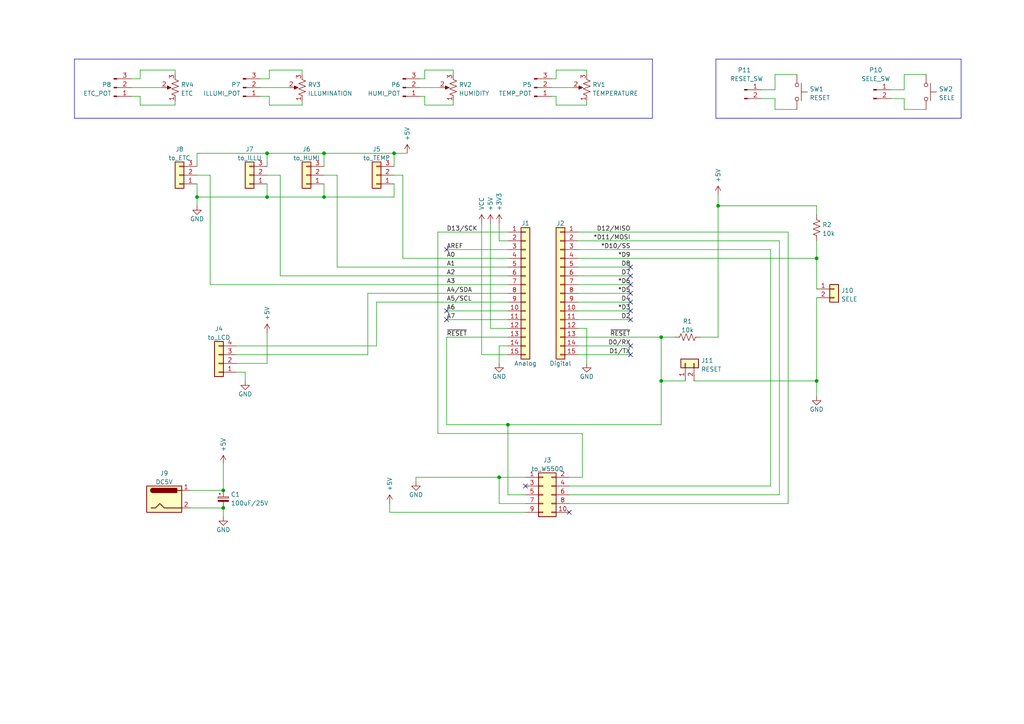
<source format=kicad_sch>
(kicad_sch (version 20230121) (generator eeschema)
  (paper "A4")
  (title_block (title "UECS Simulator for DEN-NOH-01") (date "2023-01-11") (rev "1.10") (company "HOLLY&Co.,Ltd."))
  (lib_symbols
    (symbol "+5V_1" (power) (pin_names (offset 0))
      (property "Value" "+5V" (at 0 3.556 90))
      (symbol "+5V_1_0_1"
        (polyline (pts (xy -0.762 1.27) (xy 0 2.54)))
        (polyline (pts (xy 0 0) (xy 0 2.54)))
        (polyline (pts (xy 0 2.54) (xy 0.762 1.27)))
      )
      (symbol "+5V_1_1_1"
        (pin power_in line (at 0 0 90) (length 0) hide (name "+5V") (number "1"))
      )
    )
    (symbol "Connector:Conn_01x02_Male" (pin_names (offset 1.016) hide)
      (property "Reference" "J" (at 0 2.54 0))
      (property "Value" "Conn_01x02_Male" (at 0 -5.08 0))
      (symbol "Conn_01x02_Male_1_1"
        (polyline (pts (xy 1.27 -2.54) (xy 0.8636 -2.54)) (stroke (width 0.1524)))
        (polyline (pts (xy 1.27 0) (xy 0.8636 0)) (stroke (width 0.1524)))
        (rectangle (start 0.8636 -2.413) (end 0 -2.667) (stroke (width 0.1524)) (fill (type outline)))
        (rectangle (start 0.8636 0.127) (end 0 -0.127) (stroke (width 0.1524)) (fill (type outline)))
        (pin passive line (at 5.08 0 180) (length 3.81) (name "Pin_1") (number "1"))
        (pin passive line (at 5.08 -2.54 180) (length 3.81) (name "Pin_2") (number "2"))
      )
    )
    (symbol "Connector:Conn_01x03_Male" (pin_names (offset 1.016) hide)
      (property "Reference" "J" (at 0 5.08 0))
      (property "Value" "Conn_01x03_Male" (at 0 -5.08 0))
      (symbol "Conn_01x03_Male_1_1"
        (polyline (pts (xy 1.27 -2.54) (xy 0.8636 -2.54)) (stroke (width 0.1524)))
        (polyline (pts (xy 1.27 0) (xy 0.8636 0)) (stroke (width 0.1524)))
        (polyline (pts (xy 1.27 2.54) (xy 0.8636 2.54)) (stroke (width 0.1524)))
        (rectangle (start 0.8636 -2.413) (end 0 -2.667) (stroke (width 0.1524)) (fill (type outline)))
        (rectangle (start 0.8636 0.127) (end 0 -0.127) (stroke (width 0.1524)) (fill (type outline)))
        (rectangle (start 0.8636 2.667) (end 0 2.413) (stroke (width 0.1524)) (fill (type outline)))
        (pin passive line (at 5.08 2.54 180) (length 3.81) (name "Pin_1") (number "1"))
        (pin passive line (at 5.08 0 180) (length 3.81) (name "Pin_2") (number "2"))
        (pin passive line (at 5.08 -2.54 180) (length 3.81) (name "Pin_3") (number "3"))
      )
    )
    (symbol "Connector:Jack-DC" (pin_names (offset 1.016))
      (property "Reference" "J13" (at 0 7.5098 0))
      (property "Value" "DC5V" (at 0 4.9729 0))
      (symbol "Jack-DC_0_1"
        (rectangle (start -5.08 3.81) (end 5.08 -3.81) (stroke (width 0.254)) (fill (type background)))
        (arc (start -3.302 3.175) (mid -3.9343 2.54) (end -3.302 1.905) (stroke (width 0.254)))
        (arc (start -3.302 3.175) (mid -3.9343 2.54) (end -3.302 1.905) (stroke (width 0.254)) (fill (type outline)))
        (polyline (pts (xy 5.08 2.54) (xy 3.81 2.54)) (stroke (width 0.254)))
        (polyline (pts (xy -3.81 -2.54) (xy -2.54 -2.54) (xy -1.27 -1.27) (xy 0 -2.54) (xy 2.54 -2.54) (xy 5.08 -2.54)) (stroke (width 0.254)))
        (rectangle (start 3.683 3.175) (end -3.302 1.905) (stroke (width 0.254)) (fill (type outline)))
      )
      (symbol "Jack-DC_1_1"
        (pin power_out line (at 7.62 2.54 180) (length 2.54) (name "~") (number "1"))
        (pin passive line (at 7.62 -2.54 180) (length 2.54) (name "~") (number "2"))
      )
    )
    (symbol "Connector_Generic:Conn_01x02" (pin_names (offset 1.016) hide)
      (property "Reference" "J" (at 0 2.54 0))
      (property "Value" "Conn_01x02" (at 0 -5.08 0))
      (symbol "Conn_01x02_1_1"
        (rectangle (start -1.27 -2.413) (end 0 -2.667) (stroke (width 0.1524)))
        (rectangle (start -1.27 0.127) (end 0 -0.127) (stroke (width 0.1524)))
        (rectangle (start -1.27 1.27) (end 1.27 -3.81) (stroke (width 0.254)) (fill (type background)))
        (pin passive line (at -5.08 0 0) (length 3.81) (name "Pin_1") (number "1"))
        (pin passive line (at -5.08 -2.54 0) (length 3.81) (name "Pin_2") (number "2"))
      )
    )
    (symbol "Connector_Generic:Conn_01x03" (pin_names (offset 1.016) hide)
      (property "Reference" "J" (at 0 5.08 0))
      (property "Value" "Conn_01x03" (at 0 -5.08 0))
      (symbol "Conn_01x03_1_1"
        (rectangle (start -1.27 -2.413) (end 0 -2.667) (stroke (width 0.1524)))
        (rectangle (start -1.27 0.127) (end 0 -0.127) (stroke (width 0.1524)))
        (rectangle (start -1.27 2.667) (end 0 2.413) (stroke (width 0.1524)))
        (rectangle (start -1.27 3.81) (end 1.27 -3.81) (stroke (width 0.254)) (fill (type background)))
        (pin passive line (at -5.08 2.54 0) (length 3.81) (name "Pin_1") (number "1"))
        (pin passive line (at -5.08 0 0) (length 3.81) (name "Pin_2") (number "2"))
        (pin passive line (at -5.08 -2.54 0) (length 3.81) (name "Pin_3") (number "3"))
      )
    )
    (symbol "Connector_Generic:Conn_01x04" (pin_names (offset 1.016) hide)
      (property "Reference" "J" (at 0 5.08 0))
      (property "Value" "Conn_01x04" (at 0 -7.62 0))
      (symbol "Conn_01x04_1_1"
        (rectangle (start -1.27 -4.953) (end 0 -5.207) (stroke (width 0.1524)))
        (rectangle (start -1.27 -2.413) (end 0 -2.667) (stroke (width 0.1524)))
        (rectangle (start -1.27 0.127) (end 0 -0.127) (stroke (width 0.1524)))
        (rectangle (start -1.27 2.667) (end 0 2.413) (stroke (width 0.1524)))
        (rectangle (start -1.27 3.81) (end 1.27 -6.35) (stroke (width 0.254)) (fill (type background)))
        (pin passive line (at -5.08 2.54 0) (length 3.81) (name "Pin_1") (number "1"))
        (pin passive line (at -5.08 0 0) (length 3.81) (name "Pin_2") (number "2"))
        (pin passive line (at -5.08 -2.54 0) (length 3.81) (name "Pin_3") (number "3"))
        (pin passive line (at -5.08 -5.08 0) (length 3.81) (name "Pin_4") (number "4"))
      )
    )
    (symbol "Connector_Generic:Conn_01x15" (pin_names (offset 1.016) hide)
      (property "Reference" "J" (at 0 20.32 0))
      (property "Value" "Conn_01x15" (at 0 -20.32 0))
      (symbol "Conn_01x15_1_1"
        (rectangle (start -1.27 -17.653) (end 0 -17.907) (stroke (width 0.1524)))
        (rectangle (start -1.27 -15.113) (end 0 -15.367) (stroke (width 0.1524)))
        (rectangle (start -1.27 -12.573) (end 0 -12.827) (stroke (width 0.1524)))
        (rectangle (start -1.27 -10.033) (end 0 -10.287) (stroke (width 0.1524)))
        (rectangle (start -1.27 -7.493) (end 0 -7.747) (stroke (width 0.1524)))
        (rectangle (start -1.27 -4.953) (end 0 -5.207) (stroke (width 0.1524)))
        (rectangle (start -1.27 -2.413) (end 0 -2.667) (stroke (width 0.1524)))
        (rectangle (start -1.27 0.127) (end 0 -0.127) (stroke (width 0.1524)))
        (rectangle (start -1.27 2.667) (end 0 2.413) (stroke (width 0.1524)))
        (rectangle (start -1.27 5.207) (end 0 4.953) (stroke (width 0.1524)))
        (rectangle (start -1.27 7.747) (end 0 7.493) (stroke (width 0.1524)))
        (rectangle (start -1.27 10.287) (end 0 10.033) (stroke (width 0.1524)))
        (rectangle (start -1.27 12.827) (end 0 12.573) (stroke (width 0.1524)))
        (rectangle (start -1.27 15.367) (end 0 15.113) (stroke (width 0.1524)))
        (rectangle (start -1.27 17.907) (end 0 17.653) (stroke (width 0.1524)))
        (rectangle (start -1.27 19.05) (end 1.27 -19.05) (stroke (width 0.254)) (fill (type background)))
        (pin passive line (at -5.08 17.78 0) (length 3.81) (name "Pin_1") (number "1"))
        (pin passive line (at -5.08 -5.08 0) (length 3.81) (name "Pin_10") (number "10"))
        (pin passive line (at -5.08 -7.62 0) (length 3.81) (name "Pin_11") (number "11"))
        (pin passive line (at -5.08 -10.16 0) (length 3.81) (name "Pin_12") (number "12"))
        (pin passive line (at -5.08 -12.7 0) (length 3.81) (name "Pin_13") (number "13"))
        (pin passive line (at -5.08 -15.24 0) (length 3.81) (name "Pin_14") (number "14"))
        (pin passive line (at -5.08 -17.78 0) (length 3.81) (name "Pin_15") (number "15"))
        (pin passive line (at -5.08 15.24 0) (length 3.81) (name "Pin_2") (number "2"))
        (pin passive line (at -5.08 12.7 0) (length 3.81) (name "Pin_3") (number "3"))
        (pin passive line (at -5.08 10.16 0) (length 3.81) (name "Pin_4") (number "4"))
        (pin passive line (at -5.08 7.62 0) (length 3.81) (name "Pin_5") (number "5"))
        (pin passive line (at -5.08 5.08 0) (length 3.81) (name "Pin_6") (number "6"))
        (pin passive line (at -5.08 2.54 0) (length 3.81) (name "Pin_7") (number "7"))
        (pin passive line (at -5.08 0 0) (length 3.81) (name "Pin_8") (number "8"))
        (pin passive line (at -5.08 -2.54 0) (length 3.81) (name "Pin_9") (number "9"))
      )
    )
    (symbol "Connector_Generic:Conn_02x05_Odd_Even" (pin_names (offset 1.016) hide)
      (property "Reference" "J" (at 1.27 7.62 0))
      (property "Value" "Conn_02x05_Odd_Even" (at 1.27 -7.62 0))
      (symbol "Conn_02x05_Odd_Even_1_1"
        (rectangle (start -1.27 -4.953) (end 0 -5.207) (stroke (width 0.1524)))
        (rectangle (start -1.27 -2.413) (end 0 -2.667) (stroke (width 0.1524)))
        (rectangle (start -1.27 0.127) (end 0 -0.127) (stroke (width 0.1524)))
        (rectangle (start -1.27 2.667) (end 0 2.413) (stroke (width 0.1524)))
        (rectangle (start -1.27 5.207) (end 0 4.953) (stroke (width 0.1524)))
        (rectangle (start -1.27 6.35) (end 3.81 -6.35) (stroke (width 0.254)) (fill (type background)))
        (rectangle (start 3.81 -4.953) (end 2.54 -5.207) (stroke (width 0.1524)))
        (rectangle (start 3.81 -2.413) (end 2.54 -2.667) (stroke (width 0.1524)))
        (rectangle (start 3.81 0.127) (end 2.54 -0.127) (stroke (width 0.1524)))
        (rectangle (start 3.81 2.667) (end 2.54 2.413) (stroke (width 0.1524)))
        (rectangle (start 3.81 5.207) (end 2.54 4.953) (stroke (width 0.1524)))
        (pin passive line (at -5.08 5.08 0) (length 3.81) (name "Pin_1") (number "1"))
        (pin passive line (at 7.62 -5.08 180) (length 3.81) (name "Pin_10") (number "10"))
        (pin passive line (at 7.62 5.08 180) (length 3.81) (name "Pin_2") (number "2"))
        (pin passive line (at -5.08 2.54 0) (length 3.81) (name "Pin_3") (number "3"))
        (pin passive line (at 7.62 2.54 180) (length 3.81) (name "Pin_4") (number "4"))
        (pin passive line (at -5.08 0 0) (length 3.81) (name "Pin_5") (number "5"))
        (pin passive line (at 7.62 0 180) (length 3.81) (name "Pin_6") (number "6"))
        (pin passive line (at -5.08 -2.54 0) (length 3.81) (name "Pin_7") (number "7"))
        (pin passive line (at 7.62 -2.54 180) (length 3.81) (name "Pin_8") (number "8"))
        (pin passive line (at -5.08 -5.08 0) (length 3.81) (name "Pin_9") (number "9"))
      )
    )
    (symbol "Device:C_Polarized_Small" (pin_numbers hide) (pin_names (offset 0.254) hide)
      (property "Reference" "C" (at 0.254 1.778 0))
      (property "Value" "C_Polarized_Small" (at 0.254 -2.032 0))
      (symbol "C_Polarized_Small_0_1"
        (rectangle (start -1.524 -0.3048) (end 1.524 -0.6858) (fill (type outline)))
        (rectangle (start -1.524 0.6858) (end 1.524 0.3048))
        (polyline (pts (xy -1.27 1.524) (xy -0.762 1.524)))
        (polyline (pts (xy -1.016 1.27) (xy -1.016 1.778)))
      )
      (symbol "C_Polarized_Small_1_1"
        (pin passive line (at 0 2.54 270) (length 1.8542) (name "~") (number "1"))
        (pin passive line (at 0 -2.54 90) (length 1.8542) (name "~") (number "2"))
      )
    )
    (symbol "Device:R_Potentiometer_US" (pin_names (offset 1.016) hide)
      (property "Reference" "RV" (at -4.445 0 90))
      (property "Value" "R_Potentiometer_US" (at -2.54 0 90))
      (symbol "R_Potentiometer_US_0_1"
        (polyline (pts (xy 0 -2.286) (xy 0 -2.54)))
        (polyline (pts (xy 0 2.54) (xy 0 2.286)))
        (polyline (pts (xy 2.54 0) (xy 1.524 0)))
        (polyline (pts (xy 1.143 0) (xy 2.286 0.508) (xy 2.286 -0.508) (xy 1.143 0)) (fill (type outline)))
        (polyline (pts (xy 0 -0.762) (xy 1.016 -1.143) (xy 0 -1.524) (xy -1.016 -1.905) (xy 0 -2.286)))
        (polyline (pts (xy 0 0.762) (xy 1.016 0.381) (xy 0 0) (xy -1.016 -0.381) (xy 0 -0.762)))
        (polyline (pts (xy 0 2.286) (xy 1.016 1.905) (xy 0 1.524) (xy -1.016 1.143) (xy 0 0.762)))
      )
      (symbol "R_Potentiometer_US_1_1"
        (pin passive line (at 0 3.81 270) (length 1.27) (name "1") (number "1"))
        (pin passive line (at 3.81 0 180) (length 1.27) (name "2") (number "2"))
        (pin passive line (at 0 -3.81 90) (length 1.27) (name "3") (number "3"))
      )
    )
    (symbol "Device:R_US" (pin_numbers hide) (pin_names (offset 0))
      (property "Reference" "R" (at 2.54 0 90))
      (property "Value" "R_US" (at -2.54 0 90))
      (symbol "R_US_0_1"
        (polyline (pts (xy 0 -2.286) (xy 0 -2.54)))
        (polyline (pts (xy 0 2.286) (xy 0 2.54)))
        (polyline (pts (xy 0 -0.762) (xy 1.016 -1.143) (xy 0 -1.524) (xy -1.016 -1.905) (xy 0 -2.286)))
        (polyline (pts (xy 0 0.762) (xy 1.016 0.381) (xy 0 0) (xy -1.016 -0.381) (xy 0 -0.762)))
        (polyline (pts (xy 0 2.286) (xy 1.016 1.905) (xy 0 1.524) (xy -1.016 1.143) (xy 0 0.762)))
      )
      (symbol "R_US_1_1"
        (pin passive line (at 0 3.81 270) (length 1.27) (name "~") (number "1"))
        (pin passive line (at 0 -3.81 90) (length 1.27) (name "~") (number "2"))
      )
    )
    (symbol "Switch:SW_Push" (pin_numbers hide) (pin_names (offset 1.016) hide)
      (property "Reference" "SW" (at 1.27 2.54 0))
      (property "Value" "SW_Push" (at 0 -1.524 0))
      (symbol "SW_Push_0_1"
        (circle (center -2.032 0) (radius 0.508))
        (polyline (pts (xy 0 1.27) (xy 0 3.048)))
        (polyline (pts (xy 2.54 1.27) (xy -2.54 1.27)))
        (circle (center 2.032 0) (radius 0.508))
        (pin passive line (at -5.08 0 0) (length 2.54) (name "1") (number "1"))
        (pin passive line (at 5.08 0 180) (length 2.54) (name "2") (number "2"))
      )
    )
    (symbol "power:+3.3V" (power) (pin_names (offset 0))
      (property "Value" "+3.3V" (at 0 3.556 0))
      (symbol "+3.3V_0_1"
        (polyline (pts (xy -0.762 1.27) (xy 0 2.54)))
        (polyline (pts (xy 0 0) (xy 0 2.54)))
        (polyline (pts (xy 0 2.54) (xy 0.762 1.27)))
      )
      (symbol "+3.3V_1_1"
        (pin power_in line (at 0 0 90) (length 0) hide (name "+3V3") (number "1"))
      )
    )
    (symbol "power:+5V" (power) (pin_names (offset 0))
      (property "Value" "+5V" (at 0 3.556 0))
      (symbol "+5V_0_1"
        (polyline (pts (xy -0.762 1.27) (xy 0 2.54)))
        (polyline (pts (xy 0 0) (xy 0 2.54)))
        (polyline (pts (xy 0 2.54) (xy 0.762 1.27)))
      )
      (symbol "+5V_1_1"
        (pin power_in line (at 0 0 90) (length 0) hide (name "+5V") (number "1"))
      )
    )
    (symbol "power:GND" (power) (pin_names (offset 0))
      (property "Value" "GND" (at 0 -3.81 0))
      (symbol "GND_0_1"
        (polyline (pts (xy 0 0) (xy 0 -1.27) (xy 1.27 -1.27) (xy 0 -2.54) (xy -1.27 -1.27) (xy 0 -1.27)))
      )
      (symbol "GND_1_1"
        (pin power_in line (at 0 0 270) (length 0) hide (name "GND") (number "1"))
      )
    )
    (symbol "power:VCC" (power) (pin_names (offset 0))
      (property "Value" "VCC" (at 0 3.81 0))
      (symbol "VCC_0_1"
        (polyline (pts (xy -0.762 1.27) (xy 0 2.54)))
        (polyline (pts (xy 0 0) (xy 0 2.54)))
        (polyline (pts (xy 0 2.54) (xy 0.762 1.27)))
      )
      (symbol "VCC_1_1"
        (pin power_in line (at 0 0 90) (length 0) hide (name "VCC") (number "1"))
      )
    )
  )
  (junction (at 77.47 44.45))
  (junction (at 144.78 138.43))
  (junction (at 147.32 123.19))
  (junction (at 64.77 142.24))
  (junction (at 236.855 110.49))
  (junction (at 77.47 57.15))
  (junction (at 64.77 147.32))
  (junction (at 57.15 57.15))
  (junction (at 191.77 110.49))
  (junction (at 191.77 97.79))
  (junction (at 93.98 44.45))
  (junction (at 114.3 44.45))
  (junction (at 208.28 59.69))
  (junction (at 93.98 57.15))
  (junction (at 236.855 74.93))
  (no_connect (at 129.54 90.17))
  (no_connect (at 165.1 148.59))
  (no_connect (at 182.88 77.47))
  (no_connect (at 129.54 72.39))
  (no_connect (at 182.88 92.71))
  (no_connect (at 182.88 100.33))
  (no_connect (at 182.88 102.87))
  (no_connect (at 182.88 90.17))
  (no_connect (at 182.88 82.55))
  (no_connect (at 182.88 85.09))
  (no_connect (at 152.4 140.97))
  (no_connect (at 182.88 87.63))
  (no_connect (at 182.88 80.01))
  (no_connect (at 129.54 92.71))
  (wire (pts (xy 167.64 100.33) (xy 182.88 100.33)))
  (wire (pts (xy 152.4 146.05) (xy 144.78 146.05)))
  (wire (pts (xy 147.32 69.85) (xy 144.78 69.85)))
  (wire (pts (xy 161.29 22.86) (xy 160.02 22.86)))
  (wire (pts (xy 170.18 20.32) (xy 161.29 20.32)))
  (polyline (pts (xy 21.59 17.145) (xy 189.23 17.145)))
  (wire (pts (xy 57.15 53.34) (xy 57.15 57.15)))
  (wire (pts (xy 40.64 22.86) (xy 38.1 22.86)))
  (wire (pts (xy 208.28 97.79) (xy 203.2 97.79)))
  (wire (pts (xy 87.63 20.32) (xy 78.105 20.32)))
  (wire (pts (xy 57.15 44.45) (xy 57.15 48.26)))
  (wire (pts (xy 50.8 29.21) (xy 50.8 30.48)))
  (wire (pts (xy 68.58 102.87) (xy 106.68 102.87)))
  (wire (pts (xy 144.78 138.43) (xy 120.65 138.43)))
  (wire (pts (xy 93.98 53.34) (xy 93.98 57.15)))
  (wire (pts (xy 81.28 80.01) (xy 147.32 80.01)))
  (wire (pts (xy 93.98 57.15) (xy 77.47 57.15)))
  (wire (pts (xy 147.32 123.19) (xy 147.32 143.51)))
  (wire (pts (xy 106.68 85.09) (xy 147.32 85.09)))
  (wire (pts (xy 121.92 25.4) (xy 127.635 25.4)))
  (wire (pts (xy 77.47 44.45) (xy 93.98 44.45)))
  (wire (pts (xy 262.255 21.59) (xy 268.605 21.59)))
  (wire (pts (xy 226.06 143.51) (xy 226.06 69.85)))
  (wire (pts (xy 75.565 25.4) (xy 83.82 25.4)))
  (wire (pts (xy 142.24 64.77) (xy 142.24 95.25)))
  (wire (pts (xy 147.32 95.25) (xy 142.24 95.25)))
  (wire (pts (xy 71.12 107.95) (xy 71.12 110.49)))
  (wire (pts (xy 50.8 21.59) (xy 50.8 20.32)))
  (wire (pts (xy 224.79 28.575) (xy 224.79 31.75)))
  (wire (pts (xy 201.295 110.49) (xy 236.855 110.49)))
  (wire (pts (xy 152.4 138.43) (xy 144.78 138.43)))
  (wire (pts (xy 220.98 28.575) (xy 224.79 28.575)))
  (wire (pts (xy 77.47 57.15) (xy 57.15 57.15)))
  (wire (pts (xy 64.77 147.32) (xy 64.77 149.86)))
  (wire (pts (xy 93.98 44.45) (xy 114.3 44.45)))
  (wire (pts (xy 81.28 50.8) (xy 81.28 80.01)))
  (wire (pts (xy 236.855 110.49) (xy 236.855 114.935)))
  (wire (pts (xy 258.445 28.575) (xy 262.255 28.575)))
  (wire (pts (xy 161.29 20.32) (xy 161.29 22.86)))
  (wire (pts (xy 228.6 146.05) (xy 165.1 146.05)))
  (wire (pts (xy 152.4 148.59) (xy 113.03 148.59)))
  (wire (pts (xy 87.63 30.48) (xy 78.105 30.48)))
  (wire (pts (xy 60.96 82.55) (xy 147.32 82.55)))
  (wire (pts (xy 78.105 20.32) (xy 78.105 22.86)))
  (wire (pts (xy 167.64 72.39) (xy 223.52 72.39)))
  (wire (pts (xy 161.29 30.48) (xy 161.29 27.94)))
  (wire (pts (xy 77.47 105.41) (xy 77.47 96.52)))
  (wire (pts (xy 97.79 50.8) (xy 97.79 77.47)))
  (wire (pts (xy 50.8 20.32) (xy 40.64 20.32)))
  (wire (pts (xy 123.19 22.86) (xy 121.92 22.86)))
  (wire (pts (xy 262.255 28.575) (xy 262.255 31.75)))
  (wire (pts (xy 78.105 22.86) (xy 75.565 22.86)))
  (wire (pts (xy 68.58 107.95) (xy 71.12 107.95)))
  (wire (pts (xy 60.96 50.8) (xy 60.96 82.55)))
  (wire (pts (xy 123.19 27.94) (xy 121.92 27.94)))
  (wire (pts (xy 109.22 87.63) (xy 147.32 87.63)))
  (wire (pts (xy 114.3 50.8) (xy 116.84 50.8)))
  (wire (pts (xy 77.47 44.45) (xy 77.47 48.26)))
  (wire (pts (xy 118.11 44.45) (xy 114.3 44.45)))
  (wire (pts (xy 170.18 30.48) (xy 170.18 29.21)))
  (wire (pts (xy 167.64 77.47) (xy 182.88 77.47)))
  (wire (pts (xy 55.245 142.24) (xy 64.77 142.24)))
  (wire (pts (xy 93.98 44.45) (xy 93.98 48.26)))
  (polyline (pts (xy 21.59 17.145) (xy 21.59 34.29)))
  (wire (pts (xy 57.15 50.8) (xy 60.96 50.8)))
  (wire (pts (xy 114.3 44.45) (xy 114.3 48.26)))
  (wire (pts (xy 147.32 143.51) (xy 152.4 143.51)))
  (wire (pts (xy 224.79 31.75) (xy 231.14 31.75)))
  (wire (pts (xy 167.64 80.01) (xy 182.88 80.01)))
  (wire (pts (xy 131.445 30.48) (xy 123.19 30.48)))
  (wire (pts (xy 236.855 62.23) (xy 236.855 59.69)))
  (wire (pts (xy 57.15 57.15) (xy 57.15 59.69)))
  (wire (pts (xy 170.18 20.32) (xy 170.18 21.59)))
  (wire (pts (xy 40.64 27.94) (xy 38.1 27.94)))
  (wire (pts (xy 116.84 74.93) (xy 147.32 74.93)))
  (wire (pts (xy 167.64 92.71) (xy 182.88 92.71)))
  (wire (pts (xy 191.77 123.19) (xy 147.32 123.19)))
  (wire (pts (xy 114.3 53.34) (xy 114.3 57.15)))
  (wire (pts (xy 236.855 86.36) (xy 236.855 110.49)))
  (wire (pts (xy 144.78 146.05) (xy 144.78 138.43)))
  (wire (pts (xy 55.245 147.32) (xy 64.77 147.32)))
  (wire (pts (xy 109.22 100.33) (xy 109.22 87.63)))
  (wire (pts (xy 191.77 110.49) (xy 198.755 110.49)))
  (polyline (pts (xy 278.765 34.29) (xy 207.645 34.29)))
  (wire (pts (xy 224.79 26.035) (xy 224.79 21.59)))
  (wire (pts (xy 208.28 59.69) (xy 208.28 97.79)))
  (wire (pts (xy 129.54 72.39) (xy 147.32 72.39)))
  (wire (pts (xy 165.1 143.51) (xy 226.06 143.51)))
  (polyline (pts (xy 278.765 17.145) (xy 278.765 34.29)))
  (wire (pts (xy 93.98 50.8) (xy 97.79 50.8)))
  (wire (pts (xy 167.64 85.09) (xy 182.88 85.09)))
  (polyline (pts (xy 189.23 17.145) (xy 189.23 34.29)))
  (wire (pts (xy 236.855 74.93) (xy 236.855 83.82)))
  (wire (pts (xy 113.03 148.59) (xy 113.03 146.05)))
  (wire (pts (xy 144.78 64.77) (xy 144.78 69.85)))
  (wire (pts (xy 167.64 95.25) (xy 170.18 95.25)))
  (wire (pts (xy 129.54 123.19) (xy 147.32 123.19)))
  (wire (pts (xy 167.64 67.31) (xy 228.6 67.31)))
  (wire (pts (xy 139.7 64.77) (xy 139.7 102.87)))
  (wire (pts (xy 147.32 102.87) (xy 139.7 102.87)))
  (wire (pts (xy 223.52 72.39) (xy 223.52 140.97)))
  (wire (pts (xy 77.47 53.34) (xy 77.47 57.15)))
  (wire (pts (xy 129.54 97.79) (xy 147.32 97.79)))
  (wire (pts (xy 220.98 26.035) (xy 224.79 26.035)))
  (wire (pts (xy 68.58 105.41) (xy 77.47 105.41)))
  (wire (pts (xy 167.64 82.55) (xy 182.88 82.55)))
  (wire (pts (xy 167.64 87.63) (xy 182.88 87.63)))
  (wire (pts (xy 114.3 57.15) (xy 93.98 57.15)))
  (wire (pts (xy 78.105 27.94) (xy 75.565 27.94)))
  (wire (pts (xy 223.52 140.97) (xy 165.1 140.97)))
  (wire (pts (xy 236.855 69.85) (xy 236.855 74.93)))
  (wire (pts (xy 168.91 138.43) (xy 165.1 138.43)))
  (wire (pts (xy 191.77 110.49) (xy 191.77 123.19)))
  (wire (pts (xy 57.15 44.45) (xy 77.47 44.45)))
  (polyline (pts (xy 207.645 17.145) (xy 278.765 17.145)))
  (wire (pts (xy 258.445 26.035) (xy 262.255 26.035)))
  (wire (pts (xy 127 67.31) (xy 127 125.73)))
  (wire (pts (xy 106.68 102.87) (xy 106.68 85.09)))
  (wire (pts (xy 167.64 90.17) (xy 182.88 90.17)))
  (wire (pts (xy 208.28 56.515) (xy 208.28 59.69)))
  (wire (pts (xy 127 125.73) (xy 168.91 125.73)))
  (wire (pts (xy 78.105 30.48) (xy 78.105 27.94)))
  (wire (pts (xy 123.19 30.48) (xy 123.19 27.94)))
  (wire (pts (xy 68.58 100.33) (xy 109.22 100.33)))
  (wire (pts (xy 168.91 125.73) (xy 168.91 138.43)))
  (wire (pts (xy 129.54 92.71) (xy 147.32 92.71)))
  (wire (pts (xy 131.445 20.32) (xy 123.19 20.32)))
  (wire (pts (xy 167.64 74.93) (xy 236.855 74.93)))
  (wire (pts (xy 64.77 134.62) (xy 64.77 142.24)))
  (wire (pts (xy 40.64 30.48) (xy 40.64 27.94)))
  (wire (pts (xy 161.29 27.94) (xy 160.02 27.94)))
  (wire (pts (xy 167.64 97.79) (xy 191.77 97.79)))
  (wire (pts (xy 87.63 29.21) (xy 87.63 30.48)))
  (wire (pts (xy 131.445 30.48) (xy 131.445 29.21)))
  (wire (pts (xy 170.18 95.25) (xy 170.18 105.41)))
  (wire (pts (xy 120.65 138.43) (xy 120.65 139.7)))
  (polyline (pts (xy 207.645 17.145) (xy 207.645 34.29)))
  (polyline (pts (xy 189.23 34.29) (xy 21.59 34.29)))
  (wire (pts (xy 167.64 102.87) (xy 182.88 102.87)))
  (wire (pts (xy 262.255 31.75) (xy 268.605 31.75)))
  (wire (pts (xy 50.8 30.48) (xy 40.64 30.48)))
  (wire (pts (xy 127 67.31) (xy 147.32 67.31)))
  (wire (pts (xy 228.6 67.31) (xy 228.6 146.05)))
  (wire (pts (xy 236.855 59.69) (xy 208.28 59.69)))
  (wire (pts (xy 131.445 20.32) (xy 131.445 21.59)))
  (wire (pts (xy 87.63 21.59) (xy 87.63 20.32)))
  (wire (pts (xy 129.54 90.17) (xy 147.32 90.17)))
  (wire (pts (xy 170.18 30.48) (xy 161.29 30.48)))
  (wire (pts (xy 129.54 97.79) (xy 129.54 123.19)))
  (wire (pts (xy 116.84 50.8) (xy 116.84 74.93)))
  (wire (pts (xy 224.79 21.59) (xy 231.14 21.59)))
  (wire (pts (xy 40.64 20.32) (xy 40.64 22.86)))
  (wire (pts (xy 191.77 97.79) (xy 191.77 110.49)))
  (wire (pts (xy 191.77 97.79) (xy 195.58 97.79)))
  (wire (pts (xy 123.19 20.32) (xy 123.19 22.86)))
  (wire (pts (xy 144.78 100.33) (xy 144.78 105.41)))
  (wire (pts (xy 147.32 100.33) (xy 144.78 100.33)))
  (wire (pts (xy 38.1 25.4) (xy 46.99 25.4)))
  (wire (pts (xy 262.255 26.035) (xy 262.255 21.59)))
  (wire (pts (xy 97.79 77.47) (xy 147.32 77.47)))
  (wire (pts (xy 77.47 50.8) (xy 81.28 50.8)))
  (wire (pts (xy 160.02 25.4) (xy 166.37 25.4)))
  (wire (pts (xy 167.64 69.85) (xy 226.06 69.85)))
  (label "D4" (at 182.88 87.63 180))
  (label "*D5" (at 182.88 85.09 180))
  (label "A2" (at 129.54 80.01 0))
  (label "D7" (at 182.88 80.01 180))
  (label "D13{slash}SCK" (at 129.54 67.31 0))
  (label "A7" (at 129.54 92.71 0))
  (label "*D6" (at 182.88 82.55 180))
  (label "*D11{slash}MOSI" (at 182.88 69.85 180))
  (label "A1" (at 129.54 77.47 0))
  (label "A4{slash}SDA" (at 129.54 85.09 0))
  (label "A5{slash}SCL" (at 129.54 87.63 0))
  (label "A3" (at 129.54 82.55 0))
  (label "~{RESET}" (at 182.88 97.79 180))
  (label "~{RESET}" (at 129.54 97.79 0))
  (label "A6" (at 129.54 90.17 0))
  (label "A0" (at 129.54 74.93 0))
  (label "*D9" (at 182.88 74.93 180))
  (label "*D3" (at 182.88 90.17 180))
  (label "D2" (at 182.88 92.71 180))
  (label "D8" (at 182.88 77.47 180))
  (label "D1{slash}TX" (at 182.88 102.87 180))
  (label "D0{slash}RX" (at 182.88 100.33 180))
  (label "AREF" (at 129.54 72.39 0))
  (label "*D10{slash}SS" (at 182.88 72.39 180))
  (label "D12{slash}MISO" (at 182.88 67.31 180))
  (symbol (lib_id "Connector_Generic:Conn_01x15") (at 152.4 85.09 0) (unit 1)
    (property "Reference" "J1" (at 152.4 64.77 0))
    (property "Value" "Analog" (at 152.4 105.41 0))
    (property "Footprint" "Connector_PinSocket_2.54mm:PinSocket_1x15_P2.54mm_Vertical" (effects hide))
  )
  (symbol (lib_id "Connector_Generic:Conn_01x15") (at 162.56 85.09 0) (mirror y) (unit 1)
    (property "Reference" "J2" (at 162.56 64.77 0))
    (property "Value" "Digital" (at 162.56 105.41 0))
    (property "Footprint" "Connector_PinSocket_2.54mm:PinSocket_1x15_P2.54mm_Vertical" (effects hide))
  )
  (symbol (lib_id "power:GND") (at 236.855 114.935 0) (unit 1)
    (property "Reference" "#PWR0114" (effects hide))
    (property "Value" "GND" (at 236.855 118.745 0))
  )
  (symbol (lib_id "power:GND") (at 64.77 149.86 0) (unit 1)
    (property "Reference" "#PWR0108" (effects hide))
    (property "Value" "GND" (at 64.77 153.67 0))
  )
  (symbol (lib_id "power:+5V") (at 118.11 44.45 0) (unit 1)
    (property "Reference" "#PWR0106" (effects hide))
    (property "Value" "+5V" (at 118.11 40.894 90) (effects (justify left)))
  )
  (symbol (lib_id "power:+5V") (at 113.03 146.05 0) (unit 1)
    (property "Reference" "#PWR0110" (effects hide))
    (property "Value" "+5V" (at 113.03 142.494 90) (effects (justify left)))
  )
  (symbol (lib_id "Connector:Conn_01x02_Male") (at 215.9 26.035 0) (unit 1) (on_board no)
    (property "Reference" "P11" (at 215.9 20.32 0))
    (property "Value" "RESET_SW" (at 216.535 22.86 0))
    (property "Datasheet" "https://akizukidenshi.com/catalog/g/gC-12255/" (effects hide))
  )
  (symbol (lib_id "Connector_Generic:Conn_01x03") (at 72.39 50.8 180) (unit 1)
    (property "Reference" "J7" (at 72.39 43.2902 0))
    (property "Value" "to_ILLU" (at 72.39 45.8271 0))
    (property "Footprint" "Connector_JST:JST_XH_B3B-XH-A_1x03_P2.50mm_Vertical" (effects hide))
  )
  (symbol (lib_id "Connector_Generic:Conn_01x03") (at 52.07 50.8 180) (unit 1)
    (property "Reference" "J8" (at 52.07 43.2902 0))
    (property "Value" "to_ETC" (at 52.07 45.8271 0))
    (property "Footprint" "Connector_JST:JST_XH_B3B-XH-A_1x03_P2.50mm_Vertical" (effects hide))
  )
  (symbol (lib_id "Device:R_US") (at 236.855 66.04 180) (unit 1)
    (property "Reference" "R2" (at 238.506 65.2053 0) (effects (justify right)))
    (property "Value" "10k" (at 238.506 67.7422 0) (effects (justify right)))
    (property "Footprint" "Resistor_THT:R_Axial_DIN0204_L3.6mm_D1.6mm_P7.62mm_Horizontal" (effects hide))
  )
  (symbol (lib_id "Connector:Conn_01x03_Male") (at 33.02 25.4 0) (mirror x) (unit 1) (on_board no)
    (property "Reference" "P8" (at 32.3088 24.5653 0) (effects (justify right)))
    (property "Value" "ETC_POT" (at 32.3088 27.1022 0) (effects (justify right)))
    (property "Datasheet" "https://akizukidenshi.com/catalog/g/gC-12256/" (effects hide))
  )
  (symbol (lib_id "Connector:Conn_01x02_Male") (at 253.365 26.035 0) (unit 1) (on_board no)
    (property "Reference" "P10" (at 254 20.32 0))
    (property "Value" "SELE_SW" (at 254 22.86 0))
  )
  (symbol (lib_id "Switch:SW_Push") (at 231.14 26.67 270) (unit 1) (on_board no)
    (property "Reference" "SW1" (at 234.823 25.8353 90) (effects (justify left)))
    (property "Value" "RESET" (at 234.823 28.3722 90) (effects (justify left)))
  )
  (symbol (lib_id "Connector:Conn_01x03_Male") (at 154.94 25.4 0) (mirror x) (unit 1) (on_board no)
    (property "Reference" "P5" (at 154.2288 24.5653 0) (effects (justify right)))
    (property "Value" "TEMP_POT" (at 154.2288 27.1022 0) (effects (justify right)))
    (property "Datasheet" "https://akizukidenshi.com/catalog/g/gC-12256/" (effects hide))
  )
  (symbol (lib_id "Connector_Generic:Conn_01x02") (at 198.755 105.41 90) (unit 1)
    (property "Reference" "J11" (at 203.327 104.5753 90) (effects (justify right)))
    (property "Value" "RESET" (at 203.327 107.1122 90) (effects (justify right)))
    (property "Footprint" "Connector_JST:JST_XH_B2B-XH-A_1x02_P2.50mm_Vertical" (effects hide))
  )
  (symbol (lib_name "+5V_1") (lib_id "power:+5V") (at 64.77 134.62 0) (unit 1)
    (property "Reference" "#PWR0112" (effects hide))
    (property "Value" "+5V" (at 64.77 131.064 90) (effects (justify left)))
  )
  (symbol (lib_id "power:+5V") (at 142.24 64.77 0) (unit 1)
    (property "Reference" "#PWR0103" (effects hide))
    (property "Value" "+5V" (at 142.24 61.214 90) (effects (justify left)))
  )
  (symbol (lib_id "Device:R_Potentiometer_US") (at 170.18 25.4 180) (unit 1) (on_board no)
    (property "Reference" "RV1" (at 171.831 24.5653 0) (effects (justify right)))
    (property "Value" "TEMPERATURE" (at 171.831 27.1022 0) (effects (justify right)))
    (property "Datasheet" "https://akizukidenshi.com/catalog/g/gP-15813/" (effects hide))
  )
  (symbol (lib_id "power:+3.3V") (at 144.78 64.77 0) (unit 1)
    (property "Reference" "#PWR0102" (effects hide))
    (property "Value" "+3.3V" (at 144.78 61.214 90) (effects (justify left)))
  )
  (symbol (lib_id "Connector:Conn_01x03_Male") (at 116.84 25.4 0) (mirror x) (unit 1) (on_board no)
    (property "Reference" "P6" (at 116.1289 24.5653 0) (effects (justify right)))
    (property "Value" "HUMI_POT" (at 116.1289 27.1022 0) (effects (justify right)))
    (property "Datasheet" "https://akizukidenshi.com/catalog/g/gC-12256/" (effects hide))
  )
  (symbol (lib_id "Device:R_US") (at 199.39 97.79 90) (unit 1)
    (property "Reference" "R1" (at 199.39 93.2012 90))
    (property "Value" "10k" (at 199.39 95.7381 90))
    (property "Footprint" "Resistor_THT:R_Axial_DIN0204_L3.6mm_D1.6mm_P7.62mm_Horizontal" (effects hide))
  )
  (symbol (lib_id "power:VCC") (at 139.7 64.77 0) (unit 1)
    (property "Reference" "#PWR0101" (effects hide))
    (property "Value" "VCC" (at 139.7 60.96 90) (effects (justify left)))
  )
  (symbol (lib_id "power:GND") (at 57.15 59.69 0) (unit 1)
    (property "Reference" "#PWR0113" (effects hide))
    (property "Value" "GND" (at 57.15 63.5 0))
  )
  (symbol (lib_id "Device:R_Potentiometer_US") (at 87.63 25.4 180) (unit 1) (on_board no)
    (property "Reference" "RV3" (at 89.281 24.5653 0) (effects (justify right)))
    (property "Value" "ILLUMINATION" (at 89.281 27.1022 0) (effects (justify right)))
    (property "Datasheet" "https://akizukidenshi.com/catalog/g/gP-15813/" (effects hide))
  )
  (symbol (lib_id "Device:R_Potentiometer_US") (at 131.445 25.4 180) (unit 1) (on_board no)
    (property "Reference" "RV2" (at 133.096 24.5653 0) (effects (justify right)))
    (property "Value" "HUMIDITY" (at 133.096 27.1022 0) (effects (justify right)))
    (property "Datasheet" "https://akizukidenshi.com/catalog/g/gP-15813/" (effects hide))
  )
  (symbol (lib_id "power:GND") (at 170.18 105.41 0) (unit 1)
    (property "Reference" "#PWR0105" (effects hide))
    (property "Value" "GND" (at 170.18 109.22 0))
  )
  (symbol (lib_id "power:+5V") (at 208.28 56.515 0) (unit 1)
    (property "Reference" "#PWR0115" (effects hide))
    (property "Value" "+5V" (at 208.28 52.959 90) (effects (justify left)))
  )
  (symbol (lib_id "Connector_Generic:Conn_01x04") (at 63.5 105.41 180) (unit 1)
    (property "Reference" "J4" (at 63.5 95.3602 0))
    (property "Value" "to_LCD" (at 63.5 97.8971 0))
    (property "Footprint" "Connector_JST:JST_XH_B4B-XH-A_1x04_P2.50mm_Vertical" (effects hide))
  )
  (symbol (lib_id "power:+5V") (at 77.47 96.52 0) (unit 1)
    (property "Reference" "#PWR0109" (effects hide))
    (property "Value" "+5V" (at 77.47 92.964 90) (effects (justify left)))
  )
  (symbol (lib_id "Switch:SW_Push") (at 268.605 26.67 270) (unit 1) (on_board no)
    (property "Reference" "SW2" (at 272.288 25.8353 90) (effects (justify left)))
    (property "Value" "SELE" (at 272.288 28.3722 90) (effects (justify left)))
  )
  (symbol (lib_id "Device:R_Potentiometer_US") (at 50.8 25.4 180) (unit 1) (on_board no)
    (property "Reference" "RV4" (at 52.451 24.5653 0) (effects (justify right)))
    (property "Value" "ETC" (at 52.451 27.1022 0) (effects (justify right)))
    (property "Datasheet" "https://akizukidenshi.com/catalog/g/gP-15813/" (effects hide))
  )
  (symbol (lib_id "Connector_Generic:Conn_01x03") (at 88.9 50.8 180) (unit 1)
    (property "Reference" "J6" (at 88.9 43.2902 0))
    (property "Value" "to_HUMI" (at 88.9 45.8271 0))
    (property "Footprint" "Connector_JST:JST_XH_B3B-XH-A_1x03_P2.50mm_Vertical" (effects hide))
  )
  (symbol (lib_id "power:GND") (at 120.65 139.7 0) (unit 1)
    (property "Reference" "#PWR0107" (effects hide))
    (property "Value" "GND" (at 120.65 143.51 0))
  )
  (symbol (lib_id "Connector_Generic:Conn_01x03") (at 109.22 50.8 180) (unit 1)
    (property "Reference" "J5" (at 109.22 43.2902 0))
    (property "Value" "to_TEMP" (at 109.22 45.8271 0))
    (property "Footprint" "Connector_JST:JST_XH_B3B-XH-A_1x03_P2.50mm_Vertical" (effects hide))
  )
  (symbol (lib_id "power:GND") (at 144.78 105.41 0) (unit 1)
    (property "Reference" "#PWR0104" (effects hide))
    (property "Value" "GND" (at 144.78 109.22 0))
  )
  (symbol (lib_id "Connector:Conn_01x03_Male") (at 70.485 25.4 0) (mirror x) (unit 1) (on_board no)
    (property "Reference" "P7" (at 69.7739 24.5653 0) (effects (justify right)))
    (property "Value" "ILLUMI_POT" (at 69.7739 27.1022 0) (effects (justify right)))
    (property "Datasheet" "https://akizukidenshi.com/catalog/g/gC-12256/" (effects hide))
  )
  (symbol (lib_id "power:GND") (at 71.12 110.49 0) (unit 1)
    (property "Reference" "#PWR0111" (effects hide))
    (property "Value" "GND" (at 71.12 114.3 0))
  )
  (symbol (lib_id "Connector_Generic:Conn_01x02") (at 241.935 83.82 0) (unit 1)
    (property "Reference" "J10" (at 243.967 84.2553 0) (effects (justify left)))
    (property "Value" "SELE" (at 243.967 86.7922 0) (effects (justify left)))
    (property "Footprint" "Connector_JST:JST_XH_B2B-XH-A_1x02_P2.50mm_Vertical" (effects hide))
  )
  (symbol (lib_id "Connector_Generic:Conn_02x05_Odd_Even") (at 157.48 143.51 0) (unit 1)
    (property "Reference" "J3" (at 158.75 133.4602 0))
    (property "Value" "to_W5500" (at 158.75 135.9971 0))
    (property "Footprint" "Connector_PinSocket_2.54mm:PinSocket_2x05_P2.54mm_Vertical" (effects hide))
  )
  (symbol (lib_id "Device:C_Polarized_Small") (at 64.77 144.78 0) (unit 1)
    (property "Reference" "C1" (at 66.929 143.3992 0) (effects (justify left)))
    (property "Value" "100uF/25V" (at 66.929 145.9361 0) (effects (justify left)))
  )
  (symbol (lib_id "Connector:Jack-DC") (at 47.625 144.78 0) (unit 1)
    (property "Reference" "J9" (at 47.625 137.2702 0))
    (property "Value" "DC5V" (at 47.625 139.8071 0))
    (property "Footprint" "Connector_BarrelJack:BarrelJack_Horizontal" (effects hide))
  )
)
</source>
